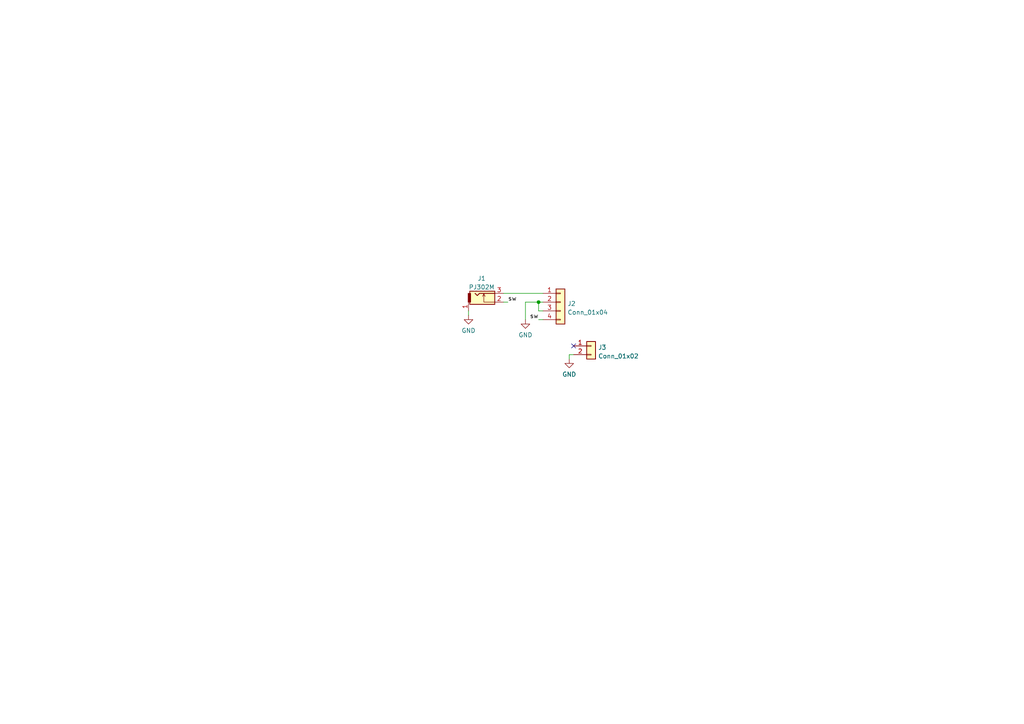
<source format=kicad_sch>
(kicad_sch (version 20230121) (generator eeschema)
  (paper "A4")
  (lib_symbols
    (symbol "Akiyuki_Connector:PJ302M" (pin_names (offset 1.016))
      (property "Reference" "J" (at -1.27 4.445 0))
      (property "Value" "PJ302M" (at 1.27 -2.54 0))
      (symbol "PJ302M_0_1"
        (rectangle (start -4.699 3.175) (end 2.54 -0.635) (stroke (width 0.254)) (fill (type background)))
        (rectangle (start -4.445 0) (end -5.207 2.54) (fill (type outline)))
        (polyline (pts (xy -0.635 2.413) (xy -0.254 1.651)))
        (polyline (pts (xy 2.54 0) (xy -0.635 0) (xy -0.635 2.413) (xy -1.016 1.651)))
        (polyline (pts (xy 2.54 2.54) (xy -1.905 2.54) (xy -2.54 1.905) (xy -3.175 2.54)) (stroke (width 0.254)))
      )
      (symbol "PJ302M_1_1"
        (pin passive line (at -5.08 -2.54 90) (length 2.54) (name "~") (number "1"))
        (pin passive line (at 5.08 0 180) (length 2.54) (name "~") (number "2"))
        (pin passive line (at 5.08 2.54 180) (length 2.54) (name "~") (number "3"))
      )
    )
    (symbol "Connector_Generic:Conn_01x02" (pin_names (offset 1.016) hide)
      (property "Reference" "J" (at 0 2.54 0))
      (property "Value" "Conn_01x02" (at 0 -5.08 0))
      (symbol "Conn_01x02_1_1"
        (rectangle (start -1.27 -2.413) (end 0 -2.667) (stroke (width 0.1524)))
        (rectangle (start -1.27 0.127) (end 0 -0.127) (stroke (width 0.1524)))
        (rectangle (start -1.27 1.27) (end 1.27 -3.81) (stroke (width 0.254)) (fill (type background)))
        (pin passive line (at -5.08 0 0) (length 3.81) (name "Pin_1") (number "1"))
        (pin passive line (at -5.08 -2.54 0) (length 3.81) (name "Pin_2") (number "2"))
      )
    )
    (symbol "Connector_Generic:Conn_01x04" (pin_names (offset 1.016) hide)
      (property "Reference" "J" (at 0 5.08 0))
      (property "Value" "Conn_01x04" (at 0 -7.62 0))
      (symbol "Conn_01x04_1_1"
        (rectangle (start -1.27 -4.953) (end 0 -5.207) (stroke (width 0.1524)))
        (rectangle (start -1.27 -2.413) (end 0 -2.667) (stroke (width 0.1524)))
        (rectangle (start -1.27 0.127) (end 0 -0.127) (stroke (width 0.1524)))
        (rectangle (start -1.27 2.667) (end 0 2.413) (stroke (width 0.1524)))
        (rectangle (start -1.27 3.81) (end 1.27 -6.35) (stroke (width 0.254)) (fill (type background)))
        (pin passive line (at -5.08 2.54 0) (length 3.81) (name "Pin_1") (number "1"))
        (pin passive line (at -5.08 0 0) (length 3.81) (name "Pin_2") (number "2"))
        (pin passive line (at -5.08 -2.54 0) (length 3.81) (name "Pin_3") (number "3"))
        (pin passive line (at -5.08 -5.08 0) (length 3.81) (name "Pin_4") (number "4"))
      )
    )
    (symbol "power:GND" (power) (pin_names (offset 0))
      (property "Value" "GND" (at 0 -3.81 0))
      (symbol "GND_0_1"
        (polyline (pts (xy 0 0) (xy 0 -1.27) (xy 1.27 -1.27) (xy 0 -2.54) (xy -1.27 -1.27) (xy 0 -1.27)))
      )
      (symbol "GND_1_1"
        (pin power_in line (at 0 0 270) (length 0) hide (name "GND") (number "1"))
      )
    )
  )
  (junction (at 156.21 87.63))
  (no_connect (at 166.37 100.33))
  (wire (pts (xy 146.05 85.09) (xy 157.48 85.09)))
  (wire (pts (xy 165.1 104.14) (xy 165.1 102.87)))
  (wire (pts (xy 152.4 87.63) (xy 156.21 87.63)))
  (wire (pts (xy 135.89 90.17) (xy 135.89 91.44)))
  (wire (pts (xy 152.4 87.63) (xy 152.4 92.71)))
  (wire (pts (xy 146.05 87.63) (xy 147.32 87.63)))
  (wire (pts (xy 156.21 90.17) (xy 157.48 90.17)))
  (wire (pts (xy 156.21 87.63) (xy 156.21 90.17)))
  (wire (pts (xy 156.21 87.63) (xy 157.48 87.63)))
  (wire (pts (xy 165.1 102.87) (xy 166.37 102.87)))
  (wire (pts (xy 156.21 92.71) (xy 157.48 92.71)))
  (label "sw" (at 147.32 87.63 0))
  (label "sw" (at 156.21 92.71 180))
  (symbol (lib_id "power:GND") (at 165.1 104.14 0) (unit 1)
    (property "Reference" "#PWR03" (effects hide))
    (property "Value" "GND" (at 165.1 108.5834 0))
  )
  (symbol (lib_id "Akiyuki_Connector:PJ302M") (at 140.97 87.63 0) (unit 1)
    (property "Reference" "J1" (at 139.7 80.7552 0))
    (property "Value" "PJ302M" (at 139.7 83.2921 0))
    (property "Footprint" "Akiyuki_Footprint:PJ302M" (effects hide))
  )
  (symbol (lib_id "Connector_Generic:Conn_01x02") (at 171.45 100.33 0) (unit 1)
    (property "Reference" "J3" (at 173.482 100.7653 0) (effects (justify left)))
    (property "Value" "Conn_01x02" (at 173.482 103.3022 0) (effects (justify left)))
    (property "Footprint" "Connector_PinHeader_2.54mm:PinHeader_1x02_P2.54mm_Vertical" (effects hide))
  )
  (symbol (lib_id "power:GND") (at 152.4 92.71 0) (unit 1)
    (property "Reference" "#PWR02" (effects hide))
    (property "Value" "GND" (at 152.4 97.1534 0))
  )
  (symbol (lib_id "Connector_Generic:Conn_01x04") (at 162.56 87.63 0) (unit 1)
    (property "Reference" "J2" (at 164.592 88.0653 0) (effects (justify left)))
    (property "Value" "Conn_01x04" (at 164.592 90.6022 0) (effects (justify left)))
    (property "Footprint" "Connector_PinHeader_2.54mm:PinHeader_1x04_P2.54mm_Vertical" (effects hide))
  )
  (symbol (lib_id "power:GND") (at 135.89 91.44 0) (unit 1)
    (property "Reference" "#PWR01" (effects hide))
    (property "Value" "GND" (at 135.89 95.8834 0))
  )
)
</source>
